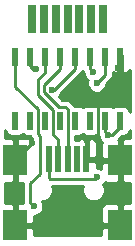
<source format=gbr>
G04 #@! TF.FileFunction,Copper,L1,Top,Signal*
%FSLAX46Y46*%
G04 Gerber Fmt 4.6, Leading zero omitted, Abs format (unit mm)*
G04 Created by KiCad (PCBNEW 4.0.2-stable) date Thu 21 Apr 2016 02:04:47 AM EEST*
%MOMM*%
G01*
G04 APERTURE LIST*
%ADD10C,0.100000*%
%ADD11R,0.750000X2.400000*%
%ADD12R,0.500380X2.301240*%
%ADD13R,1.998980X2.499360*%
%ADD14R,0.600000X1.500000*%
%ADD15C,0.600000*%
%ADD16C,0.250000*%
%ADD17C,0.254000*%
G04 APERTURE END LIST*
D10*
D11*
X154130000Y-100284000D03*
X153130000Y-100284000D03*
X152130000Y-100284000D03*
X151130000Y-100284000D03*
X150130000Y-100284000D03*
X149130000Y-100284000D03*
X148130000Y-100284000D03*
D12*
X149529800Y-112120680D03*
X150329900Y-112120680D03*
X151130000Y-112120680D03*
X151930100Y-112120680D03*
X152730200Y-112120680D03*
D13*
X146679920Y-112219740D03*
X146679920Y-117718840D03*
X155580080Y-112219740D03*
X155580080Y-117718840D03*
D14*
X155575000Y-103472000D03*
X154305000Y-103472000D03*
X153035000Y-103472000D03*
X151765000Y-103472000D03*
X150495000Y-103472000D03*
X149225000Y-103472000D03*
X147955000Y-103472000D03*
X146685000Y-103472000D03*
X146685000Y-108872000D03*
X147955000Y-108872000D03*
X149225000Y-108872000D03*
X150495000Y-108872000D03*
X151765000Y-108872000D03*
X153035000Y-108872000D03*
X154305000Y-108872000D03*
X155575000Y-108872000D03*
D15*
X153606500Y-113665000D03*
X154559000Y-110109000D03*
X155384500Y-104394000D03*
X148082000Y-110744000D03*
X146050000Y-114554000D03*
X153924000Y-112268000D03*
X149796500Y-106235500D03*
X148463000Y-104521000D03*
X148244640Y-116100860D03*
X153606500Y-105664000D03*
X153289000Y-104775000D03*
D16*
X149529800Y-113715800D02*
X149529800Y-112120680D01*
X153606500Y-113665000D02*
X153479500Y-113792000D01*
X153479500Y-113792000D02*
X149606000Y-113792000D01*
X149606000Y-113792000D02*
X149529800Y-113715800D01*
X155575000Y-108872000D02*
X155575000Y-109410500D01*
X155575000Y-109410500D02*
X154876500Y-110109000D01*
X154876500Y-110109000D02*
X154559000Y-110109000D01*
X154305000Y-108872000D02*
X154305000Y-109855000D01*
X154305000Y-109855000D02*
X154559000Y-110109000D01*
X153670000Y-107442000D02*
X153670000Y-112014000D01*
X153670000Y-112014000D02*
X153924000Y-112268000D01*
X155384500Y-105727500D02*
X153670000Y-107442000D01*
X155384500Y-104394000D02*
X155384500Y-105727500D01*
X155384500Y-104394000D02*
X155575000Y-104203500D01*
X155575000Y-104203500D02*
X155575000Y-103472000D01*
X146679920Y-112219740D02*
X146679920Y-112146080D01*
X146679920Y-112146080D02*
X148082000Y-110744000D01*
X146679920Y-117718840D02*
X146679920Y-114554000D01*
X146679920Y-114554000D02*
X146679920Y-112219740D01*
X146050000Y-114554000D02*
X146679920Y-114554000D01*
X155580080Y-117718840D02*
X146679920Y-117718840D01*
X153924000Y-112268000D02*
X155531820Y-112268000D01*
X155531820Y-112268000D02*
X155580080Y-112219740D01*
X155580080Y-112219740D02*
X155580080Y-117718840D01*
X153924000Y-112268000D02*
X153776680Y-112120680D01*
X153776680Y-112120680D02*
X152730200Y-112120680D01*
X149796500Y-106235500D02*
X149987000Y-106235500D01*
X149987000Y-106235500D02*
X151765000Y-104457500D01*
X151765000Y-104457500D02*
X151765000Y-103472000D01*
X148463000Y-104521000D02*
X148209000Y-104521000D01*
X148209000Y-104521000D02*
X147955000Y-104267000D01*
X147955000Y-104267000D02*
X147955000Y-103472000D01*
X146685000Y-103472000D02*
X146685000Y-105981500D01*
X146685000Y-105981500D02*
X148590000Y-107886500D01*
X148590000Y-107886500D02*
X148590000Y-109982000D01*
X148590000Y-109982000D02*
X148780500Y-110172500D01*
X148780500Y-110172500D02*
X148780500Y-113347500D01*
X148780500Y-113347500D02*
X147955000Y-114173000D01*
X147955000Y-114173000D02*
X147955000Y-115811220D01*
X147955000Y-115811220D02*
X148244640Y-116100860D01*
X153606500Y-105664000D02*
X154305000Y-104965500D01*
X154305000Y-104965500D02*
X154305000Y-103472000D01*
X153035000Y-103472000D02*
X153035000Y-104521000D01*
X153035000Y-104521000D02*
X153289000Y-104775000D01*
X151130000Y-112120680D02*
X151130000Y-107886500D01*
X151130000Y-107886500D02*
X150939500Y-107696000D01*
X150495000Y-104457500D02*
X150495000Y-103472000D01*
X150939500Y-107696000D02*
X150368000Y-107696000D01*
X150368000Y-107696000D02*
X149098000Y-106426000D01*
X149098000Y-106426000D02*
X149098000Y-105854500D01*
X149098000Y-105854500D02*
X150495000Y-104457500D01*
X150329900Y-112120680D02*
X150329900Y-110451900D01*
X150329900Y-110451900D02*
X149860000Y-109982000D01*
X149860000Y-109982000D02*
X149860000Y-107950000D01*
X149860000Y-107950000D02*
X148590000Y-106680000D01*
X148590000Y-106680000D02*
X148590000Y-105410000D01*
X148590000Y-105410000D02*
X149225000Y-104775000D01*
X149225000Y-104775000D02*
X149225000Y-103472000D01*
D17*
G36*
X156389000Y-110335060D02*
X155865830Y-110335060D01*
X155707080Y-110493810D01*
X155707080Y-112092740D01*
X155727080Y-112092740D01*
X155727080Y-112346740D01*
X155707080Y-112346740D01*
X155707080Y-113945670D01*
X155865830Y-114104420D01*
X156389000Y-114104420D01*
X156389000Y-115834160D01*
X155865830Y-115834160D01*
X155707080Y-115992910D01*
X155707080Y-117591840D01*
X155727080Y-117591840D01*
X155727080Y-117845840D01*
X155707080Y-117845840D01*
X155707080Y-117865840D01*
X155453080Y-117865840D01*
X155453080Y-117845840D01*
X154104340Y-117845840D01*
X153945590Y-118004590D01*
X153945590Y-118543000D01*
X148314410Y-118543000D01*
X148314410Y-118004590D01*
X148155660Y-117845840D01*
X146806920Y-117845840D01*
X146806920Y-117865840D01*
X146552920Y-117865840D01*
X146552920Y-117845840D01*
X146532920Y-117845840D01*
X146532920Y-117591840D01*
X146552920Y-117591840D01*
X146552920Y-115992910D01*
X146394170Y-115834160D01*
X145871000Y-115834160D01*
X145871000Y-114104420D01*
X146394170Y-114104420D01*
X146552920Y-113945670D01*
X146552920Y-112346740D01*
X146532920Y-112346740D01*
X146532920Y-112092740D01*
X146552920Y-112092740D01*
X146552920Y-110493810D01*
X146394170Y-110335060D01*
X145871000Y-110335060D01*
X145871000Y-109643003D01*
X145902470Y-109810253D01*
X146013728Y-109983153D01*
X146183488Y-110099145D01*
X146385000Y-110139952D01*
X146985000Y-110139952D01*
X147173253Y-110104530D01*
X147321631Y-110009051D01*
X147453488Y-110099145D01*
X147655000Y-110139952D01*
X147988418Y-110139952D01*
X148005184Y-110224239D01*
X148142401Y-110429599D01*
X148147500Y-110434698D01*
X148147500Y-110540125D01*
X148039109Y-110431733D01*
X147805720Y-110335060D01*
X146965670Y-110335060D01*
X146806920Y-110493810D01*
X146806920Y-112092740D01*
X146826920Y-112092740D01*
X146826920Y-112346740D01*
X146806920Y-112346740D01*
X146806920Y-113945670D01*
X146965670Y-114104420D01*
X147335641Y-114104420D01*
X147321999Y-114173000D01*
X147322000Y-114173005D01*
X147322000Y-115811215D01*
X147321999Y-115811220D01*
X147326562Y-115834160D01*
X146965670Y-115834160D01*
X146806920Y-115992910D01*
X146806920Y-117591840D01*
X148155660Y-117591840D01*
X148314410Y-117433090D01*
X148314410Y-116908921D01*
X148404656Y-116909000D01*
X148701737Y-116786249D01*
X148929230Y-116559153D01*
X149019046Y-116342851D01*
X153945590Y-116342851D01*
X153945590Y-117433090D01*
X154104340Y-117591840D01*
X155453080Y-117591840D01*
X155453080Y-115992910D01*
X155294330Y-115834160D01*
X154454280Y-115834160D01*
X154220891Y-115930833D01*
X154042263Y-116109462D01*
X153945590Y-116342851D01*
X149019046Y-116342851D01*
X149052500Y-116262286D01*
X149052780Y-115940844D01*
X148943635Y-115676692D01*
X149119999Y-115676846D01*
X149472077Y-115531370D01*
X149741683Y-115262234D01*
X149887773Y-114910410D01*
X149888106Y-114529461D01*
X149844943Y-114425000D01*
X152414909Y-114425000D01*
X152372227Y-114527790D01*
X152371894Y-114908739D01*
X152517370Y-115260817D01*
X152786506Y-115530423D01*
X153138330Y-115676513D01*
X153519279Y-115676846D01*
X153871357Y-115531370D01*
X154140963Y-115262234D01*
X154287053Y-114910410D01*
X154287386Y-114529461D01*
X154169651Y-114244520D01*
X154291090Y-114123293D01*
X154321726Y-114049514D01*
X154454280Y-114104420D01*
X155294330Y-114104420D01*
X155453080Y-113945670D01*
X155453080Y-112346740D01*
X154104340Y-112346740D01*
X153945590Y-112505490D01*
X153945590Y-112930913D01*
X153767926Y-112857140D01*
X153615390Y-112857007D01*
X153615390Y-112406430D01*
X153456640Y-112247680D01*
X152855295Y-112247680D01*
X152855295Y-112267680D01*
X152698242Y-112267680D01*
X152698242Y-110970060D01*
X152662820Y-110781807D01*
X152605105Y-110692115D01*
X152605105Y-110493810D01*
X152855295Y-110493810D01*
X152855295Y-111993680D01*
X153456640Y-111993680D01*
X153615390Y-111834930D01*
X153615390Y-110843751D01*
X153518717Y-110610362D01*
X153340089Y-110431733D01*
X153106700Y-110335060D01*
X153014045Y-110335060D01*
X152855295Y-110493810D01*
X152605105Y-110493810D01*
X152446355Y-110335060D01*
X152353700Y-110335060D01*
X152120311Y-110431733D01*
X152099936Y-110452108D01*
X151763000Y-110452108D01*
X151763000Y-110139952D01*
X152065000Y-110139952D01*
X152253253Y-110104530D01*
X152401631Y-110009051D01*
X152533488Y-110099145D01*
X152735000Y-110139952D01*
X153335000Y-110139952D01*
X153523253Y-110104530D01*
X153671631Y-110009051D01*
X153707520Y-110033573D01*
X153720184Y-110097239D01*
X153750969Y-110143313D01*
X153750860Y-110269016D01*
X153873611Y-110566097D01*
X154005763Y-110698480D01*
X153945590Y-110843751D01*
X153945590Y-111933990D01*
X154104340Y-112092740D01*
X155453080Y-112092740D01*
X155453080Y-110493810D01*
X155419984Y-110460714D01*
X155740745Y-110139952D01*
X155875000Y-110139952D01*
X156063253Y-110104530D01*
X156236153Y-109993272D01*
X156352145Y-109823512D01*
X156389000Y-109641516D01*
X156389000Y-110335060D01*
X156389000Y-110335060D01*
G37*
X156389000Y-110335060D02*
X155865830Y-110335060D01*
X155707080Y-110493810D01*
X155707080Y-112092740D01*
X155727080Y-112092740D01*
X155727080Y-112346740D01*
X155707080Y-112346740D01*
X155707080Y-113945670D01*
X155865830Y-114104420D01*
X156389000Y-114104420D01*
X156389000Y-115834160D01*
X155865830Y-115834160D01*
X155707080Y-115992910D01*
X155707080Y-117591840D01*
X155727080Y-117591840D01*
X155727080Y-117845840D01*
X155707080Y-117845840D01*
X155707080Y-117865840D01*
X155453080Y-117865840D01*
X155453080Y-117845840D01*
X154104340Y-117845840D01*
X153945590Y-118004590D01*
X153945590Y-118543000D01*
X148314410Y-118543000D01*
X148314410Y-118004590D01*
X148155660Y-117845840D01*
X146806920Y-117845840D01*
X146806920Y-117865840D01*
X146552920Y-117865840D01*
X146552920Y-117845840D01*
X146532920Y-117845840D01*
X146532920Y-117591840D01*
X146552920Y-117591840D01*
X146552920Y-115992910D01*
X146394170Y-115834160D01*
X145871000Y-115834160D01*
X145871000Y-114104420D01*
X146394170Y-114104420D01*
X146552920Y-113945670D01*
X146552920Y-112346740D01*
X146532920Y-112346740D01*
X146532920Y-112092740D01*
X146552920Y-112092740D01*
X146552920Y-110493810D01*
X146394170Y-110335060D01*
X145871000Y-110335060D01*
X145871000Y-109643003D01*
X145902470Y-109810253D01*
X146013728Y-109983153D01*
X146183488Y-110099145D01*
X146385000Y-110139952D01*
X146985000Y-110139952D01*
X147173253Y-110104530D01*
X147321631Y-110009051D01*
X147453488Y-110099145D01*
X147655000Y-110139952D01*
X147988418Y-110139952D01*
X148005184Y-110224239D01*
X148142401Y-110429599D01*
X148147500Y-110434698D01*
X148147500Y-110540125D01*
X148039109Y-110431733D01*
X147805720Y-110335060D01*
X146965670Y-110335060D01*
X146806920Y-110493810D01*
X146806920Y-112092740D01*
X146826920Y-112092740D01*
X146826920Y-112346740D01*
X146806920Y-112346740D01*
X146806920Y-113945670D01*
X146965670Y-114104420D01*
X147335641Y-114104420D01*
X147321999Y-114173000D01*
X147322000Y-114173005D01*
X147322000Y-115811215D01*
X147321999Y-115811220D01*
X147326562Y-115834160D01*
X146965670Y-115834160D01*
X146806920Y-115992910D01*
X146806920Y-117591840D01*
X148155660Y-117591840D01*
X148314410Y-117433090D01*
X148314410Y-116908921D01*
X148404656Y-116909000D01*
X148701737Y-116786249D01*
X148929230Y-116559153D01*
X149019046Y-116342851D01*
X153945590Y-116342851D01*
X153945590Y-117433090D01*
X154104340Y-117591840D01*
X155453080Y-117591840D01*
X155453080Y-115992910D01*
X155294330Y-115834160D01*
X154454280Y-115834160D01*
X154220891Y-115930833D01*
X154042263Y-116109462D01*
X153945590Y-116342851D01*
X149019046Y-116342851D01*
X149052500Y-116262286D01*
X149052780Y-115940844D01*
X148943635Y-115676692D01*
X149119999Y-115676846D01*
X149472077Y-115531370D01*
X149741683Y-115262234D01*
X149887773Y-114910410D01*
X149888106Y-114529461D01*
X149844943Y-114425000D01*
X152414909Y-114425000D01*
X152372227Y-114527790D01*
X152371894Y-114908739D01*
X152517370Y-115260817D01*
X152786506Y-115530423D01*
X153138330Y-115676513D01*
X153519279Y-115676846D01*
X153871357Y-115531370D01*
X154140963Y-115262234D01*
X154287053Y-114910410D01*
X154287386Y-114529461D01*
X154169651Y-114244520D01*
X154291090Y-114123293D01*
X154321726Y-114049514D01*
X154454280Y-114104420D01*
X155294330Y-114104420D01*
X155453080Y-113945670D01*
X155453080Y-112346740D01*
X154104340Y-112346740D01*
X153945590Y-112505490D01*
X153945590Y-112930913D01*
X153767926Y-112857140D01*
X153615390Y-112857007D01*
X153615390Y-112406430D01*
X153456640Y-112247680D01*
X152855295Y-112247680D01*
X152855295Y-112267680D01*
X152698242Y-112267680D01*
X152698242Y-110970060D01*
X152662820Y-110781807D01*
X152605105Y-110692115D01*
X152605105Y-110493810D01*
X152855295Y-110493810D01*
X152855295Y-111993680D01*
X153456640Y-111993680D01*
X153615390Y-111834930D01*
X153615390Y-110843751D01*
X153518717Y-110610362D01*
X153340089Y-110431733D01*
X153106700Y-110335060D01*
X153014045Y-110335060D01*
X152855295Y-110493810D01*
X152605105Y-110493810D01*
X152446355Y-110335060D01*
X152353700Y-110335060D01*
X152120311Y-110431733D01*
X152099936Y-110452108D01*
X151763000Y-110452108D01*
X151763000Y-110139952D01*
X152065000Y-110139952D01*
X152253253Y-110104530D01*
X152401631Y-110009051D01*
X152533488Y-110099145D01*
X152735000Y-110139952D01*
X153335000Y-110139952D01*
X153523253Y-110104530D01*
X153671631Y-110009051D01*
X153707520Y-110033573D01*
X153720184Y-110097239D01*
X153750969Y-110143313D01*
X153750860Y-110269016D01*
X153873611Y-110566097D01*
X154005763Y-110698480D01*
X153945590Y-110843751D01*
X153945590Y-111933990D01*
X154104340Y-112092740D01*
X155453080Y-112092740D01*
X155453080Y-110493810D01*
X155419984Y-110460714D01*
X155740745Y-110139952D01*
X155875000Y-110139952D01*
X156063253Y-110104530D01*
X156236153Y-109993272D01*
X156352145Y-109823512D01*
X156389000Y-109641516D01*
X156389000Y-110335060D01*
G36*
X155702000Y-103345000D02*
X155722000Y-103345000D01*
X155722000Y-103599000D01*
X155702000Y-103599000D01*
X155702000Y-104698250D01*
X155860750Y-104857000D01*
X156001310Y-104857000D01*
X156234699Y-104760327D01*
X156389000Y-104606025D01*
X156389000Y-108100997D01*
X156357530Y-107933747D01*
X156246272Y-107760847D01*
X156076512Y-107644855D01*
X155875000Y-107604048D01*
X155275000Y-107604048D01*
X155086747Y-107639470D01*
X154938369Y-107734949D01*
X154806512Y-107644855D01*
X154605000Y-107604048D01*
X154005000Y-107604048D01*
X153816747Y-107639470D01*
X153668369Y-107734949D01*
X153536512Y-107644855D01*
X153335000Y-107604048D01*
X152735000Y-107604048D01*
X152546747Y-107639470D01*
X152398369Y-107734949D01*
X152266512Y-107644855D01*
X152065000Y-107604048D01*
X151687947Y-107604048D01*
X151577599Y-107438901D01*
X151577596Y-107438899D01*
X151387099Y-107248401D01*
X151181739Y-107111184D01*
X150939500Y-107062999D01*
X150939495Y-107063000D01*
X150630197Y-107063000D01*
X150370944Y-106803747D01*
X150481090Y-106693793D01*
X150521697Y-106596001D01*
X152212596Y-104905101D01*
X152212599Y-104905099D01*
X152349816Y-104699739D01*
X152362897Y-104633976D01*
X152401631Y-104609051D01*
X152422326Y-104623192D01*
X152450184Y-104763239D01*
X152480969Y-104809313D01*
X152480860Y-104935016D01*
X152603611Y-105232097D01*
X152820665Y-105449531D01*
X152798640Y-105502574D01*
X152798360Y-105824016D01*
X152921111Y-106121097D01*
X153148207Y-106348590D01*
X153445074Y-106471860D01*
X153766516Y-106472140D01*
X154063597Y-106349389D01*
X154291090Y-106122293D01*
X154414360Y-105825426D01*
X154414425Y-105751273D01*
X154752596Y-105413101D01*
X154752599Y-105413099D01*
X154889816Y-105207739D01*
X154938000Y-104965500D01*
X154938000Y-104769729D01*
X155148690Y-104857000D01*
X155289250Y-104857000D01*
X155448000Y-104698250D01*
X155448000Y-103599000D01*
X155428000Y-103599000D01*
X155428000Y-103345000D01*
X155448000Y-103345000D01*
X155448000Y-103325000D01*
X155702000Y-103325000D01*
X155702000Y-103345000D01*
X155702000Y-103345000D01*
G37*
X155702000Y-103345000D02*
X155722000Y-103345000D01*
X155722000Y-103599000D01*
X155702000Y-103599000D01*
X155702000Y-104698250D01*
X155860750Y-104857000D01*
X156001310Y-104857000D01*
X156234699Y-104760327D01*
X156389000Y-104606025D01*
X156389000Y-108100997D01*
X156357530Y-107933747D01*
X156246272Y-107760847D01*
X156076512Y-107644855D01*
X155875000Y-107604048D01*
X155275000Y-107604048D01*
X155086747Y-107639470D01*
X154938369Y-107734949D01*
X154806512Y-107644855D01*
X154605000Y-107604048D01*
X154005000Y-107604048D01*
X153816747Y-107639470D01*
X153668369Y-107734949D01*
X153536512Y-107644855D01*
X153335000Y-107604048D01*
X152735000Y-107604048D01*
X152546747Y-107639470D01*
X152398369Y-107734949D01*
X152266512Y-107644855D01*
X152065000Y-107604048D01*
X151687947Y-107604048D01*
X151577599Y-107438901D01*
X151577596Y-107438899D01*
X151387099Y-107248401D01*
X151181739Y-107111184D01*
X150939500Y-107062999D01*
X150939495Y-107063000D01*
X150630197Y-107063000D01*
X150370944Y-106803747D01*
X150481090Y-106693793D01*
X150521697Y-106596001D01*
X152212596Y-104905101D01*
X152212599Y-104905099D01*
X152349816Y-104699739D01*
X152362897Y-104633976D01*
X152401631Y-104609051D01*
X152422326Y-104623192D01*
X152450184Y-104763239D01*
X152480969Y-104809313D01*
X152480860Y-104935016D01*
X152603611Y-105232097D01*
X152820665Y-105449531D01*
X152798640Y-105502574D01*
X152798360Y-105824016D01*
X152921111Y-106121097D01*
X153148207Y-106348590D01*
X153445074Y-106471860D01*
X153766516Y-106472140D01*
X154063597Y-106349389D01*
X154291090Y-106122293D01*
X154414360Y-105825426D01*
X154414425Y-105751273D01*
X154752596Y-105413101D01*
X154752599Y-105413099D01*
X154889816Y-105207739D01*
X154938000Y-104965500D01*
X154938000Y-104769729D01*
X155148690Y-104857000D01*
X155289250Y-104857000D01*
X155448000Y-104698250D01*
X155448000Y-103599000D01*
X155428000Y-103599000D01*
X155428000Y-103345000D01*
X155448000Y-103345000D01*
X155448000Y-103325000D01*
X155702000Y-103325000D01*
X155702000Y-103345000D01*
M02*

</source>
